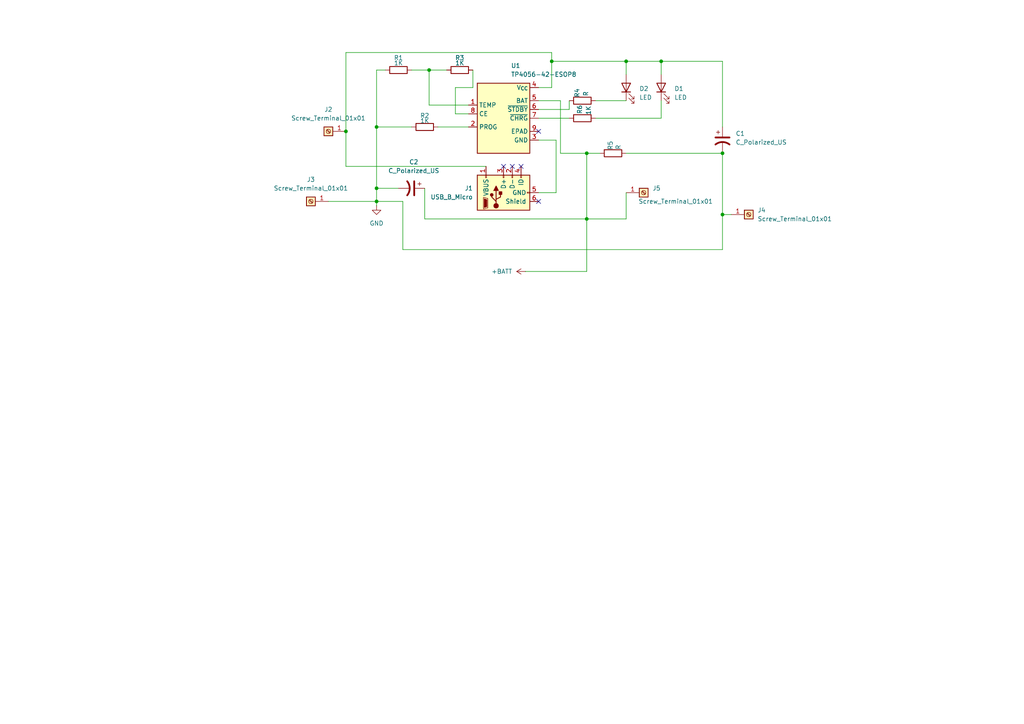
<source format=kicad_sch>
(kicad_sch
	(version 20250114)
	(generator "eeschema")
	(generator_version "9.0")
	(uuid "ddf72ea5-77b6-4210-94c4-69767a34f5ea")
	(paper "A4")
	(lib_symbols
		(symbol "Battery_Management:TP4056-42-ESOP8"
			(exclude_from_sim no)
			(in_bom yes)
			(on_board yes)
			(property "Reference" "U1"
				(at 2.1433 15.24 0)
				(effects
					(font
						(size 1.27 1.27)
					)
					(justify left)
				)
			)
			(property "Value" "TP4056-42-ESOP8"
				(at 2.1433 12.7 0)
				(effects
					(font
						(size 1.27 1.27)
					)
					(justify left)
				)
			)
			(property "Footprint" "Package_SO:SOIC-8-1EP_3.9x4.9mm_P1.27mm_EP2.41x3.3mm"
				(at 0.508 -22.86 0)
				(effects
					(font
						(size 1.27 1.27)
					)
					(hide yes)
				)
			)
			(property "Datasheet" "https://www.lcsc.com/datasheet/lcsc_datasheet_2410121619_TOPPOWER-Nanjing-Extension-Microelectronics-TP4056-42-ESOP8_C16581.pdf"
				(at 0 -25.4 0)
				(effects
					(font
						(size 1.27 1.27)
					)
					(hide yes)
				)
			)
			(property "Description" "1A Standalone Linear Li-ion/LiPo single-cell battery charger, 4.2V ±1% charge voltage, VCC = 4.0..8.0V, SOIC-8 (SOP-8)"
				(at 0.508 -20.32 0)
				(effects
					(font
						(size 1.27 1.27)
					)
					(hide yes)
				)
			)
			(property "ki_keywords" "lithium-ion lithium-polymer Li-Poly"
				(at 0 0 0)
				(effects
					(font
						(size 1.27 1.27)
					)
					(hide yes)
				)
			)
			(property "ki_fp_filters" "*SO*3.9x4.*P1.27mm*EP2.4*x3.3*mm*"
				(at 0 0 0)
				(effects
					(font
						(size 1.27 1.27)
					)
					(hide yes)
				)
			)
			(symbol "TP4056-42-ESOP8_1_0"
				(pin input line
					(at -10.16 3.81 0)
					(length 2.54)
					(name "TEMP"
						(effects
							(font
								(size 1.27 1.27)
							)
						)
					)
					(number "1"
						(effects
							(font
								(size 1.27 1.27)
							)
						)
					)
				)
				(pin input line
					(at -10.16 1.27 0)
					(length 2.54)
					(name "CE"
						(effects
							(font
								(size 1.27 1.27)
							)
						)
					)
					(number "8"
						(effects
							(font
								(size 1.27 1.27)
							)
						)
					)
				)
				(pin passive line
					(at -10.16 -2.54 0)
					(length 2.54)
					(name "PROG"
						(effects
							(font
								(size 1.27 1.27)
							)
						)
					)
					(number "2"
						(effects
							(font
								(size 1.27 1.27)
							)
						)
					)
				)
				(pin power_in line
					(at 10.16 8.89 180)
					(length 2.54)
					(name "V_{CC}"
						(effects
							(font
								(size 1.27 1.27)
							)
						)
					)
					(number "4"
						(effects
							(font
								(size 1.27 1.27)
							)
						)
					)
				)
				(pin power_out line
					(at 10.16 5.08 180)
					(length 2.54)
					(name "BAT"
						(effects
							(font
								(size 1.27 1.27)
							)
						)
					)
					(number "5"
						(effects
							(font
								(size 1.27 1.27)
							)
						)
					)
				)
				(pin open_collector line
					(at 10.16 2.54 180)
					(length 2.54)
					(name "~{STDBY}"
						(effects
							(font
								(size 1.27 1.27)
							)
						)
					)
					(number "6"
						(effects
							(font
								(size 1.27 1.27)
							)
						)
					)
				)
				(pin open_collector line
					(at 10.16 0 180)
					(length 2.54)
					(name "~{CHRG}"
						(effects
							(font
								(size 1.27 1.27)
							)
						)
					)
					(number "7"
						(effects
							(font
								(size 1.27 1.27)
							)
						)
					)
				)
				(pin passive line
					(at 10.16 -3.81 180)
					(length 2.54)
					(name "EPAD"
						(effects
							(font
								(size 1.27 1.27)
							)
						)
					)
					(number "9"
						(effects
							(font
								(size 1.27 1.27)
							)
						)
					)
				)
				(pin power_in line
					(at 10.16 -6.35 180)
					(length 2.54)
					(name "GND"
						(effects
							(font
								(size 1.27 1.27)
							)
						)
					)
					(number "3"
						(effects
							(font
								(size 1.27 1.27)
							)
						)
					)
				)
			)
			(symbol "TP4056-42-ESOP8_1_1"
				(rectangle
					(start -7.62 10.16)
					(end 7.62 -10.16)
					(stroke
						(width 0.254)
						(type default)
					)
					(fill
						(type background)
					)
				)
			)
			(embedded_fonts no)
		)
		(symbol "Connector:Screw_Terminal_01x01"
			(pin_names
				(offset 1.016)
				(hide yes)
			)
			(exclude_from_sim no)
			(in_bom yes)
			(on_board yes)
			(property "Reference" "J"
				(at 0 2.54 0)
				(effects
					(font
						(size 1.27 1.27)
					)
				)
			)
			(property "Value" "Screw_Terminal_01x01"
				(at 0 -2.54 0)
				(effects
					(font
						(size 1.27 1.27)
					)
				)
			)
			(property "Footprint" ""
				(at 0 0 0)
				(effects
					(font
						(size 1.27 1.27)
					)
					(hide yes)
				)
			)
			(property "Datasheet" "~"
				(at 0 0 0)
				(effects
					(font
						(size 1.27 1.27)
					)
					(hide yes)
				)
			)
			(property "Description" "Generic screw terminal, single row, 01x01, script generated (kicad-library-utils/schlib/autogen/connector/)"
				(at 0 0 0)
				(effects
					(font
						(size 1.27 1.27)
					)
					(hide yes)
				)
			)
			(property "ki_keywords" "screw terminal"
				(at 0 0 0)
				(effects
					(font
						(size 1.27 1.27)
					)
					(hide yes)
				)
			)
			(property "ki_fp_filters" "TerminalBlock*:*"
				(at 0 0 0)
				(effects
					(font
						(size 1.27 1.27)
					)
					(hide yes)
				)
			)
			(symbol "Screw_Terminal_01x01_1_1"
				(rectangle
					(start -1.27 1.27)
					(end 1.27 -1.27)
					(stroke
						(width 0.254)
						(type default)
					)
					(fill
						(type background)
					)
				)
				(polyline
					(pts
						(xy -0.5334 0.3302) (xy 0.3302 -0.508)
					)
					(stroke
						(width 0.1524)
						(type default)
					)
					(fill
						(type none)
					)
				)
				(polyline
					(pts
						(xy -0.3556 0.508) (xy 0.508 -0.3302)
					)
					(stroke
						(width 0.1524)
						(type default)
					)
					(fill
						(type none)
					)
				)
				(circle
					(center 0 0)
					(radius 0.635)
					(stroke
						(width 0.1524)
						(type default)
					)
					(fill
						(type none)
					)
				)
				(pin passive line
					(at -5.08 0 0)
					(length 3.81)
					(name "Pin_1"
						(effects
							(font
								(size 1.27 1.27)
							)
						)
					)
					(number "1"
						(effects
							(font
								(size 1.27 1.27)
							)
						)
					)
				)
			)
			(embedded_fonts no)
		)
		(symbol "Connector:USB_B_Micro"
			(pin_names
				(offset 1.016)
			)
			(exclude_from_sim no)
			(in_bom yes)
			(on_board yes)
			(property "Reference" "J"
				(at -5.08 11.43 0)
				(effects
					(font
						(size 1.27 1.27)
					)
					(justify left)
				)
			)
			(property "Value" "USB_B_Micro"
				(at -5.08 8.89 0)
				(effects
					(font
						(size 1.27 1.27)
					)
					(justify left)
				)
			)
			(property "Footprint" ""
				(at 3.81 -1.27 0)
				(effects
					(font
						(size 1.27 1.27)
					)
					(hide yes)
				)
			)
			(property "Datasheet" "~"
				(at 3.81 -1.27 0)
				(effects
					(font
						(size 1.27 1.27)
					)
					(hide yes)
				)
			)
			(property "Description" "USB Micro Type B connector"
				(at 0 0 0)
				(effects
					(font
						(size 1.27 1.27)
					)
					(hide yes)
				)
			)
			(property "ki_keywords" "connector USB micro"
				(at 0 0 0)
				(effects
					(font
						(size 1.27 1.27)
					)
					(hide yes)
				)
			)
			(property "ki_fp_filters" "USB*"
				(at 0 0 0)
				(effects
					(font
						(size 1.27 1.27)
					)
					(hide yes)
				)
			)
			(symbol "USB_B_Micro_0_1"
				(rectangle
					(start -5.08 -7.62)
					(end 5.08 7.62)
					(stroke
						(width 0.254)
						(type default)
					)
					(fill
						(type background)
					)
				)
				(polyline
					(pts
						(xy -4.699 5.842) (xy -4.699 5.588) (xy -4.445 4.826) (xy -4.445 4.572) (xy -1.651 4.572) (xy -1.651 4.826)
						(xy -1.397 5.588) (xy -1.397 5.842) (xy -4.699 5.842)
					)
					(stroke
						(width 0)
						(type default)
					)
					(fill
						(type none)
					)
				)
				(polyline
					(pts
						(xy -4.318 5.588) (xy -1.778 5.588) (xy -2.032 4.826) (xy -4.064 4.826) (xy -4.318 5.588)
					)
					(stroke
						(width 0)
						(type default)
					)
					(fill
						(type outline)
					)
				)
				(circle
					(center -3.81 2.159)
					(radius 0.635)
					(stroke
						(width 0.254)
						(type default)
					)
					(fill
						(type outline)
					)
				)
				(polyline
					(pts
						(xy -3.175 2.159) (xy -2.54 2.159) (xy -1.27 3.429) (xy -0.635 3.429)
					)
					(stroke
						(width 0.254)
						(type default)
					)
					(fill
						(type none)
					)
				)
				(polyline
					(pts
						(xy -2.54 2.159) (xy -1.905 2.159) (xy -1.27 0.889) (xy 0 0.889)
					)
					(stroke
						(width 0.254)
						(type default)
					)
					(fill
						(type none)
					)
				)
				(polyline
					(pts
						(xy -1.905 2.159) (xy 0.635 2.159)
					)
					(stroke
						(width 0.254)
						(type default)
					)
					(fill
						(type none)
					)
				)
				(circle
					(center -0.635 3.429)
					(radius 0.381)
					(stroke
						(width 0.254)
						(type default)
					)
					(fill
						(type outline)
					)
				)
				(rectangle
					(start -0.127 -7.62)
					(end 0.127 -6.858)
					(stroke
						(width 0)
						(type default)
					)
					(fill
						(type none)
					)
				)
				(rectangle
					(start 0.254 1.27)
					(end -0.508 0.508)
					(stroke
						(width 0.254)
						(type default)
					)
					(fill
						(type outline)
					)
				)
				(polyline
					(pts
						(xy 0.635 2.794) (xy 0.635 1.524) (xy 1.905 2.159) (xy 0.635 2.794)
					)
					(stroke
						(width 0.254)
						(type default)
					)
					(fill
						(type outline)
					)
				)
				(rectangle
					(start 5.08 4.953)
					(end 4.318 5.207)
					(stroke
						(width 0)
						(type default)
					)
					(fill
						(type none)
					)
				)
				(rectangle
					(start 5.08 -0.127)
					(end 4.318 0.127)
					(stroke
						(width 0)
						(type default)
					)
					(fill
						(type none)
					)
				)
				(rectangle
					(start 5.08 -2.667)
					(end 4.318 -2.413)
					(stroke
						(width 0)
						(type default)
					)
					(fill
						(type none)
					)
				)
				(rectangle
					(start 5.08 -5.207)
					(end 4.318 -4.953)
					(stroke
						(width 0)
						(type default)
					)
					(fill
						(type none)
					)
				)
			)
			(symbol "USB_B_Micro_1_1"
				(pin passive line
					(at -2.54 -10.16 90)
					(length 2.54)
					(name "Shield"
						(effects
							(font
								(size 1.27 1.27)
							)
						)
					)
					(number "6"
						(effects
							(font
								(size 1.27 1.27)
							)
						)
					)
				)
				(pin power_out line
					(at 0 -10.16 90)
					(length 2.54)
					(name "GND"
						(effects
							(font
								(size 1.27 1.27)
							)
						)
					)
					(number "5"
						(effects
							(font
								(size 1.27 1.27)
							)
						)
					)
				)
				(pin power_out line
					(at 7.62 5.08 180)
					(length 2.54)
					(name "VBUS"
						(effects
							(font
								(size 1.27 1.27)
							)
						)
					)
					(number "1"
						(effects
							(font
								(size 1.27 1.27)
							)
						)
					)
				)
				(pin bidirectional line
					(at 7.62 0 180)
					(length 2.54)
					(name "D+"
						(effects
							(font
								(size 1.27 1.27)
							)
						)
					)
					(number "3"
						(effects
							(font
								(size 1.27 1.27)
							)
						)
					)
				)
				(pin bidirectional line
					(at 7.62 -2.54 180)
					(length 2.54)
					(name "D-"
						(effects
							(font
								(size 1.27 1.27)
							)
						)
					)
					(number "2"
						(effects
							(font
								(size 1.27 1.27)
							)
						)
					)
				)
				(pin passive line
					(at 7.62 -5.08 180)
					(length 2.54)
					(name "ID"
						(effects
							(font
								(size 1.27 1.27)
							)
						)
					)
					(number "4"
						(effects
							(font
								(size 1.27 1.27)
							)
						)
					)
				)
			)
			(embedded_fonts no)
		)
		(symbol "Device:C_Polarized_US"
			(pin_numbers
				(hide yes)
			)
			(pin_names
				(offset 0.254)
				(hide yes)
			)
			(exclude_from_sim no)
			(in_bom yes)
			(on_board yes)
			(property "Reference" "C"
				(at 0.635 2.54 0)
				(effects
					(font
						(size 1.27 1.27)
					)
					(justify left)
				)
			)
			(property "Value" "C_Polarized_US"
				(at 0.635 -2.54 0)
				(effects
					(font
						(size 1.27 1.27)
					)
					(justify left)
				)
			)
			(property "Footprint" ""
				(at 0 0 0)
				(effects
					(font
						(size 1.27 1.27)
					)
					(hide yes)
				)
			)
			(property "Datasheet" "~"
				(at 0 0 0)
				(effects
					(font
						(size 1.27 1.27)
					)
					(hide yes)
				)
			)
			(property "Description" "Polarized capacitor, US symbol"
				(at 0 0 0)
				(effects
					(font
						(size 1.27 1.27)
					)
					(hide yes)
				)
			)
			(property "ki_keywords" "cap capacitor"
				(at 0 0 0)
				(effects
					(font
						(size 1.27 1.27)
					)
					(hide yes)
				)
			)
			(property "ki_fp_filters" "CP_*"
				(at 0 0 0)
				(effects
					(font
						(size 1.27 1.27)
					)
					(hide yes)
				)
			)
			(symbol "C_Polarized_US_0_1"
				(polyline
					(pts
						(xy -2.032 0.762) (xy 2.032 0.762)
					)
					(stroke
						(width 0.508)
						(type default)
					)
					(fill
						(type none)
					)
				)
				(polyline
					(pts
						(xy -1.778 2.286) (xy -0.762 2.286)
					)
					(stroke
						(width 0)
						(type default)
					)
					(fill
						(type none)
					)
				)
				(polyline
					(pts
						(xy -1.27 1.778) (xy -1.27 2.794)
					)
					(stroke
						(width 0)
						(type default)
					)
					(fill
						(type none)
					)
				)
				(arc
					(start -2.032 -1.27)
					(mid 0 -0.5572)
					(end 2.032 -1.27)
					(stroke
						(width 0.508)
						(type default)
					)
					(fill
						(type none)
					)
				)
			)
			(symbol "C_Polarized_US_1_1"
				(pin passive line
					(at 0 3.81 270)
					(length 2.794)
					(name "~"
						(effects
							(font
								(size 1.27 1.27)
							)
						)
					)
					(number "1"
						(effects
							(font
								(size 1.27 1.27)
							)
						)
					)
				)
				(pin passive line
					(at 0 -3.81 90)
					(length 3.302)
					(name "~"
						(effects
							(font
								(size 1.27 1.27)
							)
						)
					)
					(number "2"
						(effects
							(font
								(size 1.27 1.27)
							)
						)
					)
				)
			)
			(embedded_fonts no)
		)
		(symbol "Device:LED"
			(pin_numbers
				(hide yes)
			)
			(pin_names
				(offset 1.016)
				(hide yes)
			)
			(exclude_from_sim no)
			(in_bom yes)
			(on_board yes)
			(property "Reference" "D"
				(at 0 2.54 0)
				(effects
					(font
						(size 1.27 1.27)
					)
				)
			)
			(property "Value" "LED"
				(at 0 -2.54 0)
				(effects
					(font
						(size 1.27 1.27)
					)
				)
			)
			(property "Footprint" ""
				(at 0 0 0)
				(effects
					(font
						(size 1.27 1.27)
					)
					(hide yes)
				)
			)
			(property "Datasheet" "~"
				(at 0 0 0)
				(effects
					(font
						(size 1.27 1.27)
					)
					(hide yes)
				)
			)
			(property "Description" "Light emitting diode"
				(at 0 0 0)
				(effects
					(font
						(size 1.27 1.27)
					)
					(hide yes)
				)
			)
			(property "Sim.Pins" "1=K 2=A"
				(at 0 0 0)
				(effects
					(font
						(size 1.27 1.27)
					)
					(hide yes)
				)
			)
			(property "ki_keywords" "LED diode"
				(at 0 0 0)
				(effects
					(font
						(size 1.27 1.27)
					)
					(hide yes)
				)
			)
			(property "ki_fp_filters" "LED* LED_SMD:* LED_THT:*"
				(at 0 0 0)
				(effects
					(font
						(size 1.27 1.27)
					)
					(hide yes)
				)
			)
			(symbol "LED_0_1"
				(polyline
					(pts
						(xy -3.048 -0.762) (xy -4.572 -2.286) (xy -3.81 -2.286) (xy -4.572 -2.286) (xy -4.572 -1.524)
					)
					(stroke
						(width 0)
						(type default)
					)
					(fill
						(type none)
					)
				)
				(polyline
					(pts
						(xy -1.778 -0.762) (xy -3.302 -2.286) (xy -2.54 -2.286) (xy -3.302 -2.286) (xy -3.302 -1.524)
					)
					(stroke
						(width 0)
						(type default)
					)
					(fill
						(type none)
					)
				)
				(polyline
					(pts
						(xy -1.27 0) (xy 1.27 0)
					)
					(stroke
						(width 0)
						(type default)
					)
					(fill
						(type none)
					)
				)
				(polyline
					(pts
						(xy -1.27 -1.27) (xy -1.27 1.27)
					)
					(stroke
						(width 0.254)
						(type default)
					)
					(fill
						(type none)
					)
				)
				(polyline
					(pts
						(xy 1.27 -1.27) (xy 1.27 1.27) (xy -1.27 0) (xy 1.27 -1.27)
					)
					(stroke
						(width 0.254)
						(type default)
					)
					(fill
						(type none)
					)
				)
			)
			(symbol "LED_1_1"
				(pin passive line
					(at -3.81 0 0)
					(length 2.54)
					(name "K"
						(effects
							(font
								(size 1.27 1.27)
							)
						)
					)
					(number "1"
						(effects
							(font
								(size 1.27 1.27)
							)
						)
					)
				)
				(pin passive line
					(at 3.81 0 180)
					(length 2.54)
					(name "A"
						(effects
							(font
								(size 1.27 1.27)
							)
						)
					)
					(number "2"
						(effects
							(font
								(size 1.27 1.27)
							)
						)
					)
				)
			)
			(embedded_fonts no)
		)
		(symbol "Device:R"
			(pin_numbers
				(hide yes)
			)
			(pin_names
				(offset 0)
			)
			(exclude_from_sim no)
			(in_bom yes)
			(on_board yes)
			(property "Reference" "R"
				(at 2.032 0 90)
				(effects
					(font
						(size 1.27 1.27)
					)
				)
			)
			(property "Value" "R"
				(at 0 0 90)
				(effects
					(font
						(size 1.27 1.27)
					)
				)
			)
			(property "Footprint" ""
				(at -1.778 0 90)
				(effects
					(font
						(size 1.27 1.27)
					)
					(hide yes)
				)
			)
			(property "Datasheet" "~"
				(at 0 0 0)
				(effects
					(font
						(size 1.27 1.27)
					)
					(hide yes)
				)
			)
			(property "Description" "Resistor"
				(at 0 0 0)
				(effects
					(font
						(size 1.27 1.27)
					)
					(hide yes)
				)
			)
			(property "ki_keywords" "R res resistor"
				(at 0 0 0)
				(effects
					(font
						(size 1.27 1.27)
					)
					(hide yes)
				)
			)
			(property "ki_fp_filters" "R_*"
				(at 0 0 0)
				(effects
					(font
						(size 1.27 1.27)
					)
					(hide yes)
				)
			)
			(symbol "R_0_1"
				(rectangle
					(start -1.016 -2.54)
					(end 1.016 2.54)
					(stroke
						(width 0.254)
						(type default)
					)
					(fill
						(type none)
					)
				)
			)
			(symbol "R_1_1"
				(pin passive line
					(at 0 3.81 270)
					(length 1.27)
					(name "~"
						(effects
							(font
								(size 1.27 1.27)
							)
						)
					)
					(number "1"
						(effects
							(font
								(size 1.27 1.27)
							)
						)
					)
				)
				(pin passive line
					(at 0 -3.81 90)
					(length 1.27)
					(name "~"
						(effects
							(font
								(size 1.27 1.27)
							)
						)
					)
					(number "2"
						(effects
							(font
								(size 1.27 1.27)
							)
						)
					)
				)
			)
			(embedded_fonts no)
		)
		(symbol "power:+BATT"
			(power)
			(pin_numbers
				(hide yes)
			)
			(pin_names
				(offset 0)
				(hide yes)
			)
			(exclude_from_sim no)
			(in_bom yes)
			(on_board yes)
			(property "Reference" "#PWR"
				(at 0 -3.81 0)
				(effects
					(font
						(size 1.27 1.27)
					)
					(hide yes)
				)
			)
			(property "Value" "+BATT"
				(at 0 3.556 0)
				(effects
					(font
						(size 1.27 1.27)
					)
				)
			)
			(property "Footprint" ""
				(at 0 0 0)
				(effects
					(font
						(size 1.27 1.27)
					)
					(hide yes)
				)
			)
			(property "Datasheet" ""
				(at 0 0 0)
				(effects
					(font
						(size 1.27 1.27)
					)
					(hide yes)
				)
			)
			(property "Description" "Power symbol creates a global label with name \"+BATT\""
				(at 0 0 0)
				(effects
					(font
						(size 1.27 1.27)
					)
					(hide yes)
				)
			)
			(property "ki_keywords" "global power battery"
				(at 0 0 0)
				(effects
					(font
						(size 1.27 1.27)
					)
					(hide yes)
				)
			)
			(symbol "+BATT_0_1"
				(polyline
					(pts
						(xy -0.762 1.27) (xy 0 2.54)
					)
					(stroke
						(width 0)
						(type default)
					)
					(fill
						(type none)
					)
				)
				(polyline
					(pts
						(xy 0 2.54) (xy 0.762 1.27)
					)
					(stroke
						(width 0)
						(type default)
					)
					(fill
						(type none)
					)
				)
				(polyline
					(pts
						(xy 0 0) (xy 0 2.54)
					)
					(stroke
						(width 0)
						(type default)
					)
					(fill
						(type none)
					)
				)
			)
			(symbol "+BATT_1_1"
				(pin power_in line
					(at 0 0 90)
					(length 0)
					(name "~"
						(effects
							(font
								(size 1.27 1.27)
							)
						)
					)
					(number "1"
						(effects
							(font
								(size 1.27 1.27)
							)
						)
					)
				)
			)
			(embedded_fonts no)
		)
		(symbol "power:GND"
			(power)
			(pin_numbers
				(hide yes)
			)
			(pin_names
				(offset 0)
				(hide yes)
			)
			(exclude_from_sim no)
			(in_bom yes)
			(on_board yes)
			(property "Reference" "#PWR"
				(at 0 -6.35 0)
				(effects
					(font
						(size 1.27 1.27)
					)
					(hide yes)
				)
			)
			(property "Value" "GND"
				(at 0 -3.81 0)
				(effects
					(font
						(size 1.27 1.27)
					)
				)
			)
			(property "Footprint" ""
				(at 0 0 0)
				(effects
					(font
						(size 1.27 1.27)
					)
					(hide yes)
				)
			)
			(property "Datasheet" ""
				(at 0 0 0)
				(effects
					(font
						(size 1.27 1.27)
					)
					(hide yes)
				)
			)
			(property "Description" "Power symbol creates a global label with name \"GND\" , ground"
				(at 0 0 0)
				(effects
					(font
						(size 1.27 1.27)
					)
					(hide yes)
				)
			)
			(property "ki_keywords" "global power"
				(at 0 0 0)
				(effects
					(font
						(size 1.27 1.27)
					)
					(hide yes)
				)
			)
			(symbol "GND_0_1"
				(polyline
					(pts
						(xy 0 0) (xy 0 -1.27) (xy 1.27 -1.27) (xy 0 -2.54) (xy -1.27 -1.27) (xy 0 -1.27)
					)
					(stroke
						(width 0)
						(type default)
					)
					(fill
						(type none)
					)
				)
			)
			(symbol "GND_1_1"
				(pin power_in line
					(at 0 0 270)
					(length 0)
					(name "~"
						(effects
							(font
								(size 1.27 1.27)
							)
						)
					)
					(number "1"
						(effects
							(font
								(size 1.27 1.27)
							)
						)
					)
				)
			)
			(embedded_fonts no)
		)
	)
	(junction
		(at 170.18 44.45)
		(diameter 0)
		(color 0 0 0 0)
		(uuid "04788b87-0d62-49b6-84e9-dcd62554457a")
	)
	(junction
		(at 109.22 36.83)
		(diameter 0)
		(color 0 0 0 0)
		(uuid "09e0bc87-41e2-498e-a34a-3b9b245d41f0")
	)
	(junction
		(at 109.22 58.42)
		(diameter 0)
		(color 0 0 0 0)
		(uuid "1e9d2761-e999-43cd-bc87-d7bd9f9d89f7")
	)
	(junction
		(at 160.02 17.78)
		(diameter 0)
		(color 0 0 0 0)
		(uuid "3305ccda-9991-4420-aa99-dbcf5dc446a6")
	)
	(junction
		(at 209.55 62.23)
		(diameter 0)
		(color 0 0 0 0)
		(uuid "3e8969d7-4c43-4383-966e-0e36896a7e48")
	)
	(junction
		(at 191.77 17.78)
		(diameter 0)
		(color 0 0 0 0)
		(uuid "50036c25-2fab-443d-8a06-eceef99e1589")
	)
	(junction
		(at 124.46 20.32)
		(diameter 0)
		(color 0 0 0 0)
		(uuid "7f8ded0c-738a-4944-920d-7e52a4e24d0a")
	)
	(junction
		(at 100.33 38.1)
		(diameter 0)
		(color 0 0 0 0)
		(uuid "8845d021-b9a7-405e-a114-169294ceaba1")
	)
	(junction
		(at 109.22 54.61)
		(diameter 0)
		(color 0 0 0 0)
		(uuid "9b41c7f1-2f78-4d82-85ec-57a018c82fa6")
	)
	(junction
		(at 209.55 44.45)
		(diameter 0)
		(color 0 0 0 0)
		(uuid "d57a5bc4-063e-4efa-9ac6-475e663ab205")
	)
	(junction
		(at 170.18 63.5)
		(diameter 0)
		(color 0 0 0 0)
		(uuid "e78a3dfa-7cc2-4243-9e5e-7ca959f1326a")
	)
	(junction
		(at 181.61 17.78)
		(diameter 0)
		(color 0 0 0 0)
		(uuid "fcfd5420-dbab-4b23-8323-2163556f3432")
	)
	(no_connect
		(at 151.13 48.26)
		(uuid "00e736b0-e4c3-432f-a4fd-971326f347c0")
	)
	(no_connect
		(at 146.05 48.26)
		(uuid "2c61ee06-234c-4fe1-873d-6410a624f09d")
	)
	(no_connect
		(at 156.21 58.42)
		(uuid "3924e335-d0c1-47e1-9054-9319d05f0a83")
	)
	(no_connect
		(at 148.59 48.26)
		(uuid "6eac7563-c9a5-4b2c-ada9-5dea36bf4c90")
	)
	(no_connect
		(at 156.21 38.1)
		(uuid "92ec3dfd-dba5-41e5-91ec-cd19bb0983bb")
	)
	(wire
		(pts
			(xy 140.97 48.26) (xy 100.33 48.26)
		)
		(stroke
			(width 0)
			(type default)
		)
		(uuid "0277eede-f992-4ed4-b741-b7e738deb49c")
	)
	(wire
		(pts
			(xy 209.55 44.45) (xy 209.55 62.23)
		)
		(stroke
			(width 0)
			(type default)
		)
		(uuid "08edb4a7-4673-4428-9336-9ab0433d0a48")
	)
	(wire
		(pts
			(xy 137.16 25.4) (xy 137.16 20.32)
		)
		(stroke
			(width 0)
			(type default)
		)
		(uuid "15e5d8e9-8ed9-4e28-8d56-1dd47d4e5326")
	)
	(wire
		(pts
			(xy 170.18 44.45) (xy 162.56 44.45)
		)
		(stroke
			(width 0)
			(type default)
		)
		(uuid "1c9ad732-8892-4a72-9209-2389d8760d6d")
	)
	(wire
		(pts
			(xy 109.22 58.42) (xy 109.22 54.61)
		)
		(stroke
			(width 0)
			(type default)
		)
		(uuid "1dcc0714-7b57-4b81-ae67-8f7da8267a8f")
	)
	(wire
		(pts
			(xy 170.18 44.45) (xy 170.18 63.5)
		)
		(stroke
			(width 0)
			(type default)
		)
		(uuid "1f818750-640b-466f-b8b5-6a7a5a2a485f")
	)
	(wire
		(pts
			(xy 95.25 58.42) (xy 109.22 58.42)
		)
		(stroke
			(width 0)
			(type default)
		)
		(uuid "1fc72916-c1cc-4728-b0eb-134e28be1900")
	)
	(wire
		(pts
			(xy 132.08 33.02) (xy 132.08 25.4)
		)
		(stroke
			(width 0)
			(type default)
		)
		(uuid "20156178-29b3-4fd2-ae92-d6945f99e719")
	)
	(wire
		(pts
			(xy 160.02 25.4) (xy 156.21 25.4)
		)
		(stroke
			(width 0)
			(type default)
		)
		(uuid "204dfcce-c20a-4106-97b1-f6a527788149")
	)
	(wire
		(pts
			(xy 100.33 38.1) (xy 100.33 48.26)
		)
		(stroke
			(width 0)
			(type default)
		)
		(uuid "22f45e3e-3410-466b-b026-12455168a44f")
	)
	(wire
		(pts
			(xy 123.19 63.5) (xy 170.18 63.5)
		)
		(stroke
			(width 0)
			(type default)
		)
		(uuid "243a8326-9325-4051-8bf5-c0b722895ac2")
	)
	(wire
		(pts
			(xy 170.18 63.5) (xy 181.61 63.5)
		)
		(stroke
			(width 0)
			(type default)
		)
		(uuid "24c6a4e5-c515-4a90-ba8d-550f7b661be4")
	)
	(wire
		(pts
			(xy 181.61 17.78) (xy 181.61 21.59)
		)
		(stroke
			(width 0)
			(type default)
		)
		(uuid "2956d982-1399-42a3-b33e-a21b093f6d26")
	)
	(wire
		(pts
			(xy 109.22 36.83) (xy 109.22 20.32)
		)
		(stroke
			(width 0)
			(type default)
		)
		(uuid "366d45c1-8bb8-43a4-a898-c7da6475fc4f")
	)
	(wire
		(pts
			(xy 165.1 31.75) (xy 165.1 29.21)
		)
		(stroke
			(width 0)
			(type default)
		)
		(uuid "37e679f4-bc78-4ea4-add4-f34b12d07ea1")
	)
	(wire
		(pts
			(xy 172.72 29.21) (xy 181.61 29.21)
		)
		(stroke
			(width 0)
			(type default)
		)
		(uuid "39cc5893-82eb-4e76-92ad-e3993594dad4")
	)
	(wire
		(pts
			(xy 181.61 44.45) (xy 209.55 44.45)
		)
		(stroke
			(width 0)
			(type default)
		)
		(uuid "3c1af7e9-c5b8-445c-8a6f-6b78e80989f9")
	)
	(wire
		(pts
			(xy 172.72 34.29) (xy 191.77 34.29)
		)
		(stroke
			(width 0)
			(type default)
		)
		(uuid "3da73b4b-64b4-4782-aa0f-a80cb4184c7d")
	)
	(wire
		(pts
			(xy 123.19 54.61) (xy 123.19 63.5)
		)
		(stroke
			(width 0)
			(type default)
		)
		(uuid "41537b00-6e34-4f0c-89d8-15e3b82116a5")
	)
	(wire
		(pts
			(xy 209.55 62.23) (xy 209.55 72.39)
		)
		(stroke
			(width 0)
			(type default)
		)
		(uuid "41872e1b-35dc-4e98-bbca-855e1065c899")
	)
	(wire
		(pts
			(xy 100.33 38.1) (xy 100.33 15.24)
		)
		(stroke
			(width 0)
			(type default)
		)
		(uuid "4281f152-4294-4143-8553-8dca6ce557ef")
	)
	(wire
		(pts
			(xy 135.89 33.02) (xy 132.08 33.02)
		)
		(stroke
			(width 0)
			(type default)
		)
		(uuid "4d41d16e-490f-4971-89f4-9029d63e4700")
	)
	(wire
		(pts
			(xy 173.99 44.45) (xy 170.18 44.45)
		)
		(stroke
			(width 0)
			(type default)
		)
		(uuid "52ee0cb1-82fa-4e0e-9b1d-e9e6d90c72a7")
	)
	(wire
		(pts
			(xy 191.77 34.29) (xy 191.77 29.21)
		)
		(stroke
			(width 0)
			(type default)
		)
		(uuid "5a155ff5-8667-4369-9402-27c07d0d3018")
	)
	(wire
		(pts
			(xy 109.22 59.69) (xy 109.22 58.42)
		)
		(stroke
			(width 0)
			(type default)
		)
		(uuid "5fb23490-d2a6-4709-a407-8f8c8cd612e6")
	)
	(wire
		(pts
			(xy 162.56 29.21) (xy 156.21 29.21)
		)
		(stroke
			(width 0)
			(type default)
		)
		(uuid "61c4e079-68c9-40fc-a477-54f406db599f")
	)
	(wire
		(pts
			(xy 109.22 20.32) (xy 111.76 20.32)
		)
		(stroke
			(width 0)
			(type default)
		)
		(uuid "6ac8f274-57e1-4bc1-ab4a-290a287202e6")
	)
	(wire
		(pts
			(xy 119.38 20.32) (xy 124.46 20.32)
		)
		(stroke
			(width 0)
			(type default)
		)
		(uuid "7133c46c-4a36-4dd2-8b1f-c1446fd32d2b")
	)
	(wire
		(pts
			(xy 100.33 15.24) (xy 160.02 15.24)
		)
		(stroke
			(width 0)
			(type default)
		)
		(uuid "7f1a0492-b96b-4592-b1c9-48f473da77cc")
	)
	(wire
		(pts
			(xy 152.4 78.74) (xy 170.18 78.74)
		)
		(stroke
			(width 0)
			(type default)
		)
		(uuid "801a29cb-edc6-467b-a77b-9a5edf5ac0d5")
	)
	(wire
		(pts
			(xy 181.61 63.5) (xy 181.61 55.88)
		)
		(stroke
			(width 0)
			(type default)
		)
		(uuid "8823efe6-1289-4d7c-bd24-1d567c6ff713")
	)
	(wire
		(pts
			(xy 124.46 30.48) (xy 124.46 20.32)
		)
		(stroke
			(width 0)
			(type default)
		)
		(uuid "8abdb641-2a31-45cf-a499-cb7216ac023e")
	)
	(wire
		(pts
			(xy 116.84 72.39) (xy 209.55 72.39)
		)
		(stroke
			(width 0)
			(type default)
		)
		(uuid "8f0fcf6e-bc18-464a-9744-c9073e0495f3")
	)
	(wire
		(pts
			(xy 132.08 25.4) (xy 137.16 25.4)
		)
		(stroke
			(width 0)
			(type default)
		)
		(uuid "951630b4-fd4c-4bfb-8fd6-84e8f3e32f55")
	)
	(wire
		(pts
			(xy 156.21 34.29) (xy 165.1 34.29)
		)
		(stroke
			(width 0)
			(type default)
		)
		(uuid "95e6963f-ecce-4791-91f8-eb8080d6872d")
	)
	(wire
		(pts
			(xy 109.22 36.83) (xy 119.38 36.83)
		)
		(stroke
			(width 0)
			(type default)
		)
		(uuid "984f8481-0067-4657-ae92-963dac0534d3")
	)
	(wire
		(pts
			(xy 127 36.83) (xy 135.89 36.83)
		)
		(stroke
			(width 0)
			(type default)
		)
		(uuid "9a5e8bf2-4c1c-49f6-a83a-99ad9681dd80")
	)
	(wire
		(pts
			(xy 209.55 36.83) (xy 209.55 17.78)
		)
		(stroke
			(width 0)
			(type default)
		)
		(uuid "9dec74f5-6ab7-4b30-ad4d-b52efb749ce9")
	)
	(wire
		(pts
			(xy 160.02 17.78) (xy 160.02 25.4)
		)
		(stroke
			(width 0)
			(type default)
		)
		(uuid "9f67e5c7-c965-4387-8ef1-4506cda55eae")
	)
	(wire
		(pts
			(xy 156.21 31.75) (xy 165.1 31.75)
		)
		(stroke
			(width 0)
			(type default)
		)
		(uuid "a1c0c951-0930-44b0-b081-1592627bad2a")
	)
	(wire
		(pts
			(xy 209.55 17.78) (xy 191.77 17.78)
		)
		(stroke
			(width 0)
			(type default)
		)
		(uuid "b12c6c2d-4b2f-47ba-8260-57d1fa0cfed2")
	)
	(wire
		(pts
			(xy 109.22 58.42) (xy 116.84 58.42)
		)
		(stroke
			(width 0)
			(type default)
		)
		(uuid "b810292e-3bef-47b4-ae9c-23257cb10348")
	)
	(wire
		(pts
			(xy 161.29 55.88) (xy 161.29 40.64)
		)
		(stroke
			(width 0)
			(type default)
		)
		(uuid "bdfa4c53-2b7f-4cc5-a50f-fa5bf7c916d1")
	)
	(wire
		(pts
			(xy 161.29 40.64) (xy 156.21 40.64)
		)
		(stroke
			(width 0)
			(type default)
		)
		(uuid "bf8a5771-2442-490a-b836-39a29d26860c")
	)
	(wire
		(pts
			(xy 109.22 54.61) (xy 115.57 54.61)
		)
		(stroke
			(width 0)
			(type default)
		)
		(uuid "c2774261-f197-4c90-8a9b-c971fa269c5e")
	)
	(wire
		(pts
			(xy 191.77 17.78) (xy 191.77 21.59)
		)
		(stroke
			(width 0)
			(type default)
		)
		(uuid "c51acaba-b00f-4473-aec9-21f8504bb44f")
	)
	(wire
		(pts
			(xy 156.21 55.88) (xy 161.29 55.88)
		)
		(stroke
			(width 0)
			(type default)
		)
		(uuid "cf28ecdb-3345-44ba-b102-cbdf4ff69842")
	)
	(wire
		(pts
			(xy 135.89 30.48) (xy 124.46 30.48)
		)
		(stroke
			(width 0)
			(type default)
		)
		(uuid "d0084e43-bf9b-4c5c-a694-1b591daaba87")
	)
	(wire
		(pts
			(xy 109.22 54.61) (xy 109.22 36.83)
		)
		(stroke
			(width 0)
			(type default)
		)
		(uuid "d08f098f-ee7b-4c0d-af1a-9d469b585242")
	)
	(wire
		(pts
			(xy 160.02 15.24) (xy 160.02 17.78)
		)
		(stroke
			(width 0)
			(type default)
		)
		(uuid "d5e3b159-c514-44c8-9220-510e6418fe1e")
	)
	(wire
		(pts
			(xy 116.84 58.42) (xy 116.84 72.39)
		)
		(stroke
			(width 0)
			(type default)
		)
		(uuid "e3dab6b4-cd9b-4431-92ce-70c897c14251")
	)
	(wire
		(pts
			(xy 124.46 20.32) (xy 129.54 20.32)
		)
		(stroke
			(width 0)
			(type default)
		)
		(uuid "e71f88a1-14e7-458e-a673-8521e21d05ba")
	)
	(wire
		(pts
			(xy 191.77 17.78) (xy 181.61 17.78)
		)
		(stroke
			(width 0)
			(type default)
		)
		(uuid "e90f22f8-3d50-4df8-8202-988086c678f0")
	)
	(wire
		(pts
			(xy 162.56 44.45) (xy 162.56 29.21)
		)
		(stroke
			(width 0)
			(type default)
		)
		(uuid "ea47e141-9fa2-491c-aa7f-d7133039fe28")
	)
	(wire
		(pts
			(xy 181.61 17.78) (xy 160.02 17.78)
		)
		(stroke
			(width 0)
			(type default)
		)
		(uuid "f4f17040-c91d-425e-9bb4-a2be791cc814")
	)
	(wire
		(pts
			(xy 170.18 78.74) (xy 170.18 63.5)
		)
		(stroke
			(width 0)
			(type default)
		)
		(uuid "f6fa3967-6850-46c4-9453-92b61f717c25")
	)
	(wire
		(pts
			(xy 209.55 62.23) (xy 212.09 62.23)
		)
		(stroke
			(width 0)
			(type default)
		)
		(uuid "f8cffaf2-a187-463b-bd98-7759e40be90b")
	)
	(symbol
		(lib_id "Device:LED")
		(at 181.61 25.4 90)
		(unit 1)
		(exclude_from_sim no)
		(in_bom yes)
		(on_board yes)
		(dnp no)
		(fields_autoplaced yes)
		(uuid "05a05b97-af96-4f88-9a96-723f775df682")
		(property "Reference" "D2"
			(at 185.42 25.7174 90)
			(effects
				(font
					(size 1.27 1.27)
				)
				(justify right)
			)
		)
		(property "Value" "LED"
			(at 185.42 28.2574 90)
			(effects
				(font
					(size 1.27 1.27)
				)
				(justify right)
			)
		)
		(property "Footprint" ""
			(at 181.61 25.4 0)
			(effects
				(font
					(size 1.27 1.27)
				)
				(hide yes)
			)
		)
		(property "Datasheet" "~"
			(at 181.61 25.4 0)
			(effects
				(font
					(size 1.27 1.27)
				)
				(hide yes)
			)
		)
		(property "Description" "Light emitting diode"
			(at 181.61 25.4 0)
			(effects
				(font
					(size 1.27 1.27)
				)
				(hide yes)
			)
		)
		(property "Sim.Pins" "1=K 2=A"
			(at 181.61 25.4 0)
			(effects
				(font
					(size 1.27 1.27)
				)
				(hide yes)
			)
		)
		(pin "1"
			(uuid "f4ed0f00-9e69-4bc3-a8d7-0137ed467409")
		)
		(pin "2"
			(uuid "a673c5e6-9626-45bb-a570-5c50c49761c2")
		)
		(instances
			(project "Power Bank"
				(path "/ddf72ea5-77b6-4210-94c4-69767a34f5ea"
					(reference "D2")
					(unit 1)
				)
			)
		)
	)
	(symbol
		(lib_id "Connector:Screw_Terminal_01x01")
		(at 90.17 58.42 180)
		(unit 1)
		(exclude_from_sim no)
		(in_bom yes)
		(on_board yes)
		(dnp no)
		(fields_autoplaced yes)
		(uuid "16505c76-b6cc-4a30-a768-bb1822a69d3a")
		(property "Reference" "J3"
			(at 90.17 52.07 0)
			(effects
				(font
					(size 1.27 1.27)
				)
			)
		)
		(property "Value" "Screw_Terminal_01x01"
			(at 90.17 54.61 0)
			(effects
				(font
					(size 1.27 1.27)
				)
			)
		)
		(property "Footprint" ""
			(at 90.17 58.42 0)
			(effects
				(font
					(size 1.27 1.27)
				)
				(hide yes)
			)
		)
		(property "Datasheet" "~"
			(at 90.17 58.42 0)
			(effects
				(font
					(size 1.27 1.27)
				)
				(hide yes)
			)
		)
		(property "Description" "Generic screw terminal, single row, 01x01, script generated (kicad-library-utils/schlib/autogen/connector/)"
			(at 90.17 58.42 0)
			(effects
				(font
					(size 1.27 1.27)
				)
				(hide yes)
			)
		)
		(pin "1"
			(uuid "bbccdf3f-f266-4352-a72e-76282909b9f1")
		)
		(instances
			(project "Power Bank"
				(path "/ddf72ea5-77b6-4210-94c4-69767a34f5ea"
					(reference "J3")
					(unit 1)
				)
			)
		)
	)
	(symbol
		(lib_id "Device:R")
		(at 168.91 34.29 90)
		(unit 1)
		(exclude_from_sim no)
		(in_bom yes)
		(on_board yes)
		(dnp no)
		(uuid "23c7b8b9-b059-4c4d-a838-33628e0c7de6")
		(property "Reference" "R6"
			(at 168.148 31.75 0)
			(effects
				(font
					(size 1.27 1.27)
				)
			)
		)
		(property "Value" "1K"
			(at 170.688 32.004 0)
			(effects
				(font
					(size 1.27 1.27)
				)
			)
		)
		(property "Footprint" ""
			(at 168.91 36.068 90)
			(effects
				(font
					(size 1.27 1.27)
				)
				(hide yes)
			)
		)
		(property "Datasheet" "~"
			(at 168.91 34.29 0)
			(effects
				(font
					(size 1.27 1.27)
				)
				(hide yes)
			)
		)
		(property "Description" "Resistor"
			(at 168.91 34.29 0)
			(effects
				(font
					(size 1.27 1.27)
				)
				(hide yes)
			)
		)
		(pin "1"
			(uuid "56929046-2178-47aa-87fd-df15686778fe")
		)
		(pin "2"
			(uuid "9b966a5e-16e1-4652-b6d0-25e356cef9cb")
		)
		(instances
			(project "Power Bank"
				(path "/ddf72ea5-77b6-4210-94c4-69767a34f5ea"
					(reference "R6")
					(unit 1)
				)
			)
		)
	)
	(symbol
		(lib_id "Device:R")
		(at 177.8 44.45 90)
		(unit 1)
		(exclude_from_sim no)
		(in_bom yes)
		(on_board yes)
		(dnp no)
		(uuid "2b63f414-5929-403d-86ba-f9e8e0477651")
		(property "Reference" "R5"
			(at 177.038 42.164 0)
			(effects
				(font
					(size 1.27 1.27)
				)
			)
		)
		(property "Value" "R"
			(at 179.324 42.672 0)
			(effects
				(font
					(size 1.27 1.27)
				)
			)
		)
		(property "Footprint" ""
			(at 177.8 46.228 90)
			(effects
				(font
					(size 1.27 1.27)
				)
				(hide yes)
			)
		)
		(property "Datasheet" "~"
			(at 177.8 44.45 0)
			(effects
				(font
					(size 1.27 1.27)
				)
				(hide yes)
			)
		)
		(property "Description" "Resistor"
			(at 177.8 44.45 0)
			(effects
				(font
					(size 1.27 1.27)
				)
				(hide yes)
			)
		)
		(pin "1"
			(uuid "0d59b302-c8b4-4880-bd43-ef8c0fc2a3fe")
		)
		(pin "2"
			(uuid "0476a328-e88d-4b98-803c-6cb4b6c25d7a")
		)
		(instances
			(project "Power Bank"
				(path "/ddf72ea5-77b6-4210-94c4-69767a34f5ea"
					(reference "R5")
					(unit 1)
				)
			)
		)
	)
	(symbol
		(lib_id "Device:C_Polarized_US")
		(at 209.55 40.64 0)
		(unit 1)
		(exclude_from_sim no)
		(in_bom yes)
		(on_board yes)
		(dnp no)
		(fields_autoplaced yes)
		(uuid "2dedf902-9da5-49a0-9afd-cb786a3689a6")
		(property "Reference" "C1"
			(at 213.36 38.7349 0)
			(effects
				(font
					(size 1.27 1.27)
				)
				(justify left)
			)
		)
		(property "Value" "C_Polarized_US"
			(at 213.36 41.2749 0)
			(effects
				(font
					(size 1.27 1.27)
				)
				(justify left)
			)
		)
		(property "Footprint" ""
			(at 209.55 40.64 0)
			(effects
				(font
					(size 1.27 1.27)
				)
				(hide yes)
			)
		)
		(property "Datasheet" "~"
			(at 209.55 40.64 0)
			(effects
				(font
					(size 1.27 1.27)
				)
				(hide yes)
			)
		)
		(property "Description" "Polarized capacitor, US symbol"
			(at 209.55 40.64 0)
			(effects
				(font
					(size 1.27 1.27)
				)
				(hide yes)
			)
		)
		(pin "2"
			(uuid "4ab82e17-19af-4b71-ad8b-459ee83d56bc")
		)
		(pin "1"
			(uuid "962bb282-79aa-4dde-bd2c-fba8f2a8865b")
		)
		(instances
			(project ""
				(path "/ddf72ea5-77b6-4210-94c4-69767a34f5ea"
					(reference "C1")
					(unit 1)
				)
			)
		)
	)
	(symbol
		(lib_id "Device:R")
		(at 123.19 36.83 90)
		(unit 1)
		(exclude_from_sim no)
		(in_bom yes)
		(on_board yes)
		(dnp no)
		(uuid "2fc7dfd4-446b-41c7-8339-9b0fb8b05e0a")
		(property "Reference" "R2"
			(at 123.19 33.528 90)
			(effects
				(font
					(size 1.27 1.27)
				)
			)
		)
		(property "Value" "1K"
			(at 123.19 35.052 90)
			(effects
				(font
					(size 1.27 1.27)
				)
			)
		)
		(property "Footprint" ""
			(at 123.19 38.608 90)
			(effects
				(font
					(size 1.27 1.27)
				)
				(hide yes)
			)
		)
		(property "Datasheet" "~"
			(at 123.19 36.83 0)
			(effects
				(font
					(size 1.27 1.27)
				)
				(hide yes)
			)
		)
		(property "Description" "Resistor"
			(at 123.19 36.83 0)
			(effects
				(font
					(size 1.27 1.27)
				)
				(hide yes)
			)
		)
		(pin "1"
			(uuid "f11804d9-4af2-4741-acb2-547292907afb")
		)
		(pin "2"
			(uuid "1e4bb6dd-629f-400d-831b-58e26d44adf3")
		)
		(instances
			(project "Power Bank"
				(path "/ddf72ea5-77b6-4210-94c4-69767a34f5ea"
					(reference "R2")
					(unit 1)
				)
			)
		)
	)
	(symbol
		(lib_id "Device:R")
		(at 115.57 20.32 90)
		(unit 1)
		(exclude_from_sim no)
		(in_bom yes)
		(on_board yes)
		(dnp no)
		(uuid "4a927544-d3eb-41ce-8c9d-988c49110e5d")
		(property "Reference" "R1"
			(at 115.57 16.764 90)
			(effects
				(font
					(size 1.27 1.27)
				)
			)
		)
		(property "Value" "1K"
			(at 115.57 18.288 90)
			(effects
				(font
					(size 1.27 1.27)
				)
			)
		)
		(property "Footprint" ""
			(at 115.57 22.098 90)
			(effects
				(font
					(size 1.27 1.27)
				)
				(hide yes)
			)
		)
		(property "Datasheet" "~"
			(at 115.57 20.32 0)
			(effects
				(font
					(size 1.27 1.27)
				)
				(hide yes)
			)
		)
		(property "Description" "Resistor"
			(at 115.57 20.32 0)
			(effects
				(font
					(size 1.27 1.27)
				)
				(hide yes)
			)
		)
		(pin "1"
			(uuid "a8a95af8-1781-4f9e-bad0-d0624f6f7684")
		)
		(pin "2"
			(uuid "882bbf7f-988a-4e16-8f9f-686841a0d801")
		)
		(instances
			(project ""
				(path "/ddf72ea5-77b6-4210-94c4-69767a34f5ea"
					(reference "R1")
					(unit 1)
				)
			)
		)
	)
	(symbol
		(lib_id "Device:R")
		(at 133.35 20.32 90)
		(unit 1)
		(exclude_from_sim no)
		(in_bom yes)
		(on_board yes)
		(dnp no)
		(uuid "4dbabd03-4de1-497e-9f89-31b84a5c4404")
		(property "Reference" "R3"
			(at 133.35 16.764 90)
			(effects
				(font
					(size 1.27 1.27)
				)
			)
		)
		(property "Value" "1K"
			(at 133.35 18.288 90)
			(effects
				(font
					(size 1.27 1.27)
				)
			)
		)
		(property "Footprint" ""
			(at 133.35 22.098 90)
			(effects
				(font
					(size 1.27 1.27)
				)
				(hide yes)
			)
		)
		(property "Datasheet" "~"
			(at 133.35 20.32 0)
			(effects
				(font
					(size 1.27 1.27)
				)
				(hide yes)
			)
		)
		(property "Description" "Resistor"
			(at 133.35 20.32 0)
			(effects
				(font
					(size 1.27 1.27)
				)
				(hide yes)
			)
		)
		(pin "1"
			(uuid "688e3589-379b-443b-9432-eb4b746727a1")
		)
		(pin "2"
			(uuid "eb60d93d-cab7-4ae6-842c-e47f78e54c63")
		)
		(instances
			(project "Power Bank"
				(path "/ddf72ea5-77b6-4210-94c4-69767a34f5ea"
					(reference "R3")
					(unit 1)
				)
			)
		)
	)
	(symbol
		(lib_id "Connector:Screw_Terminal_01x01")
		(at 186.69 55.88 0)
		(unit 1)
		(exclude_from_sim no)
		(in_bom yes)
		(on_board yes)
		(dnp no)
		(uuid "51c50c99-4347-4190-842c-17495254bff3")
		(property "Reference" "J5"
			(at 189.23 54.6099 0)
			(effects
				(font
					(size 1.27 1.27)
				)
				(justify left)
			)
		)
		(property "Value" "Screw_Terminal_01x01"
			(at 185.166 58.42 0)
			(effects
				(font
					(size 1.27 1.27)
				)
				(justify left)
			)
		)
		(property "Footprint" ""
			(at 186.69 55.88 0)
			(effects
				(font
					(size 1.27 1.27)
				)
				(hide yes)
			)
		)
		(property "Datasheet" "~"
			(at 186.69 55.88 0)
			(effects
				(font
					(size 1.27 1.27)
				)
				(hide yes)
			)
		)
		(property "Description" "Generic screw terminal, single row, 01x01, script generated (kicad-library-utils/schlib/autogen/connector/)"
			(at 186.69 55.88 0)
			(effects
				(font
					(size 1.27 1.27)
				)
				(hide yes)
			)
		)
		(pin "1"
			(uuid "7d32c54e-e79d-4c54-9c8e-87004ba75d8c")
		)
		(instances
			(project "Power Bank"
				(path "/ddf72ea5-77b6-4210-94c4-69767a34f5ea"
					(reference "J5")
					(unit 1)
				)
			)
		)
	)
	(symbol
		(lib_id "Connector:Screw_Terminal_01x01")
		(at 217.17 62.23 0)
		(unit 1)
		(exclude_from_sim no)
		(in_bom yes)
		(on_board yes)
		(dnp no)
		(fields_autoplaced yes)
		(uuid "6071e5f8-e8b5-4051-9427-725326dbfd9e")
		(property "Reference" "J4"
			(at 219.71 60.9599 0)
			(effects
				(font
					(size 1.27 1.27)
				)
				(justify left)
			)
		)
		(property "Value" "Screw_Terminal_01x01"
			(at 219.71 63.4999 0)
			(effects
				(font
					(size 1.27 1.27)
				)
				(justify left)
			)
		)
		(property "Footprint" ""
			(at 217.17 62.23 0)
			(effects
				(font
					(size 1.27 1.27)
				)
				(hide yes)
			)
		)
		(property "Datasheet" "~"
			(at 217.17 62.23 0)
			(effects
				(font
					(size 1.27 1.27)
				)
				(hide yes)
			)
		)
		(property "Description" "Generic screw terminal, single row, 01x01, script generated (kicad-library-utils/schlib/autogen/connector/)"
			(at 217.17 62.23 0)
			(effects
				(font
					(size 1.27 1.27)
				)
				(hide yes)
			)
		)
		(pin "1"
			(uuid "b0d999b7-088c-4fa9-8712-ffcca833611f")
		)
		(instances
			(project "Power Bank"
				(path "/ddf72ea5-77b6-4210-94c4-69767a34f5ea"
					(reference "J4")
					(unit 1)
				)
			)
		)
	)
	(symbol
		(lib_id "power:GND")
		(at 109.22 59.69 0)
		(unit 1)
		(exclude_from_sim no)
		(in_bom yes)
		(on_board yes)
		(dnp no)
		(fields_autoplaced yes)
		(uuid "756792e7-a690-479f-ae05-f7cd95a83661")
		(property "Reference" "#PWR02"
			(at 109.22 66.04 0)
			(effects
				(font
					(size 1.27 1.27)
				)
				(hide yes)
			)
		)
		(property "Value" "GND"
			(at 109.22 64.77 0)
			(effects
				(font
					(size 1.27 1.27)
				)
			)
		)
		(property "Footprint" ""
			(at 109.22 59.69 0)
			(effects
				(font
					(size 1.27 1.27)
				)
				(hide yes)
			)
		)
		(property "Datasheet" ""
			(at 109.22 59.69 0)
			(effects
				(font
					(size 1.27 1.27)
				)
				(hide yes)
			)
		)
		(property "Description" "Power symbol creates a global label with name \"GND\" , ground"
			(at 109.22 59.69 0)
			(effects
				(font
					(size 1.27 1.27)
				)
				(hide yes)
			)
		)
		(pin "1"
			(uuid "8214e91f-81b8-48f8-9a55-57e6bb6a1e9b")
		)
		(instances
			(project ""
				(path "/ddf72ea5-77b6-4210-94c4-69767a34f5ea"
					(reference "#PWR02")
					(unit 1)
				)
			)
		)
	)
	(symbol
		(lib_id "Device:R")
		(at 168.91 29.21 90)
		(unit 1)
		(exclude_from_sim no)
		(in_bom yes)
		(on_board yes)
		(dnp no)
		(uuid "7b2d9bed-8527-497f-9259-861bbfb784da")
		(property "Reference" "R4"
			(at 167.386 26.924 0)
			(effects
				(font
					(size 1.27 1.27)
				)
			)
		)
		(property "Value" "R"
			(at 169.926 27.178 0)
			(effects
				(font
					(size 1.27 1.27)
				)
			)
		)
		(property "Footprint" ""
			(at 168.91 30.988 90)
			(effects
				(font
					(size 1.27 1.27)
				)
				(hide yes)
			)
		)
		(property "Datasheet" "~"
			(at 168.91 29.21 0)
			(effects
				(font
					(size 1.27 1.27)
				)
				(hide yes)
			)
		)
		(property "Description" "Resistor"
			(at 168.91 29.21 0)
			(effects
				(font
					(size 1.27 1.27)
				)
				(hide yes)
			)
		)
		(pin "1"
			(uuid "a73373da-1b1c-4a29-8244-7b2b86824868")
		)
		(pin "2"
			(uuid "87f370d8-0fdf-4d45-994b-21be07350a33")
		)
		(instances
			(project "Power Bank"
				(path "/ddf72ea5-77b6-4210-94c4-69767a34f5ea"
					(reference "R4")
					(unit 1)
				)
			)
		)
	)
	(symbol
		(lib_id "Battery_Management:TP4056-42-ESOP8")
		(at 146.05 34.29 0)
		(unit 1)
		(exclude_from_sim no)
		(in_bom yes)
		(on_board yes)
		(dnp no)
		(fields_autoplaced yes)
		(uuid "7bd3b6b5-a100-446c-b73d-5179bedb9ead")
		(property "Reference" "U1"
			(at 148.1933 19.05 0)
			(effects
				(font
					(size 1.27 1.27)
				)
				(justify left)
			)
		)
		(property "Value" "TP4056-42-ESOP8"
			(at 148.1933 21.59 0)
			(effects
				(font
					(size 1.27 1.27)
				)
				(justify left)
			)
		)
		(property "Footprint" "Package_SO:SOIC-8-1EP_3.9x4.9mm_P1.27mm_EP2.41x3.3mm"
			(at 146.558 57.15 0)
			(effects
				(font
					(size 1.27 1.27)
				)
				(hide yes)
			)
		)
		(property "Datasheet" "https://www.lcsc.com/datasheet/lcsc_datasheet_2410121619_TOPPOWER-Nanjing-Extension-Microelectronics-TP4056-42-ESOP8_C16581.pdf"
			(at 146.05 59.69 0)
			(effects
				(font
					(size 1.27 1.27)
				)
				(hide yes)
			)
		)
		(property "Description" "1A Standalone Linear Li-ion/LiPo single-cell battery charger, 4.2V ±1% charge voltage, VCC = 4.0..8.0V, SOIC-8 (SOP-8)"
			(at 146.558 54.61 0)
			(effects
				(font
					(size 1.27 1.27)
				)
				(hide yes)
			)
		)
		(pin "9"
			(uuid "b4587b09-da76-43ad-aef5-8455f2d7f70b")
		)
		(pin "7"
			(uuid "52ac1fdc-04cf-4851-a86e-0281dec949c3")
		)
		(pin "8"
			(uuid "c343587d-5653-4cc9-a0ff-e482ea1bc41c")
		)
		(pin "4"
			(uuid "38baf909-da3c-4831-bcb7-aa3d21710deb")
		)
		(pin "6"
			(uuid "5cf03e9e-5885-4c99-83dc-af310139a485")
		)
		(pin "2"
			(uuid "c4dd0e29-a3d2-46cf-9437-557106ab555c")
		)
		(pin "3"
			(uuid "6c1b9ff3-8dab-449a-ac82-39e092029afb")
		)
		(pin "5"
			(uuid "458d0765-635b-4831-8057-8bf19b15aa14")
		)
		(pin "1"
			(uuid "3bac09aa-82c2-4371-b1e5-946a9d3e4a45")
		)
		(instances
			(project ""
				(path "/ddf72ea5-77b6-4210-94c4-69767a34f5ea"
					(reference "U1")
					(unit 1)
				)
			)
		)
	)
	(symbol
		(lib_id "Device:C_Polarized_US")
		(at 119.38 54.61 270)
		(unit 1)
		(exclude_from_sim no)
		(in_bom yes)
		(on_board yes)
		(dnp no)
		(fields_autoplaced yes)
		(uuid "7cb7bdd2-6602-4c3d-9aaa-16b4ae6cde42")
		(property "Reference" "C2"
			(at 120.015 46.99 90)
			(effects
				(font
					(size 1.27 1.27)
				)
			)
		)
		(property "Value" "C_Polarized_US"
			(at 120.015 49.53 90)
			(effects
				(font
					(size 1.27 1.27)
				)
			)
		)
		(property "Footprint" ""
			(at 119.38 54.61 0)
			(effects
				(font
					(size 1.27 1.27)
				)
				(hide yes)
			)
		)
		(property "Datasheet" "~"
			(at 119.38 54.61 0)
			(effects
				(font
					(size 1.27 1.27)
				)
				(hide yes)
			)
		)
		(property "Description" "Polarized capacitor, US symbol"
			(at 119.38 54.61 0)
			(effects
				(font
					(size 1.27 1.27)
				)
				(hide yes)
			)
		)
		(pin "2"
			(uuid "71ccdac0-46d6-4e0b-8f7e-b8131ad19e37")
		)
		(pin "1"
			(uuid "c01b942a-4988-4599-8afa-4e278181f266")
		)
		(instances
			(project "Power Bank"
				(path "/ddf72ea5-77b6-4210-94c4-69767a34f5ea"
					(reference "C2")
					(unit 1)
				)
			)
		)
	)
	(symbol
		(lib_id "Connector:USB_B_Micro")
		(at 146.05 55.88 90)
		(unit 1)
		(exclude_from_sim no)
		(in_bom yes)
		(on_board yes)
		(dnp no)
		(fields_autoplaced yes)
		(uuid "a9e76f4b-f00f-4f10-ac9a-f0d4944ef575")
		(property "Reference" "J1"
			(at 137.16 54.6099 90)
			(effects
				(font
					(size 1.27 1.27)
				)
				(justify left)
			)
		)
		(property "Value" "USB_B_Micro"
			(at 137.16 57.1499 90)
			(effects
				(font
					(size 1.27 1.27)
				)
				(justify left)
			)
		)
		(property "Footprint" ""
			(at 147.32 52.07 0)
			(effects
				(font
					(size 1.27 1.27)
				)
				(hide yes)
			)
		)
		(property "Datasheet" "~"
			(at 147.32 52.07 0)
			(effects
				(font
					(size 1.27 1.27)
				)
				(hide yes)
			)
		)
		(property "Description" "USB Micro Type B connector"
			(at 146.05 55.88 0)
			(effects
				(font
					(size 1.27 1.27)
				)
				(hide yes)
			)
		)
		(pin "2"
			(uuid "09edbd0a-9755-40bd-852c-d40bd74ea0f1")
		)
		(pin "3"
			(uuid "c83ab93b-0f02-4563-813b-47e40320e654")
		)
		(pin "6"
			(uuid "9195bf87-ef75-4758-a404-50e28bd80ba9")
		)
		(pin "5"
			(uuid "94617603-a4e7-403d-8913-4d7dcb05767d")
		)
		(pin "1"
			(uuid "d494d4e5-09df-436f-a39a-86a3b157d074")
		)
		(pin "4"
			(uuid "9cec8aa8-3008-4d77-b3f8-9c299b56ccb6")
		)
		(instances
			(project ""
				(path "/ddf72ea5-77b6-4210-94c4-69767a34f5ea"
					(reference "J1")
					(unit 1)
				)
			)
		)
	)
	(symbol
		(lib_id "Connector:Screw_Terminal_01x01")
		(at 95.25 38.1 180)
		(unit 1)
		(exclude_from_sim no)
		(in_bom yes)
		(on_board yes)
		(dnp no)
		(fields_autoplaced yes)
		(uuid "cde8cc96-4829-41c2-b350-488ac8cc6ca6")
		(property "Reference" "J2"
			(at 95.25 31.75 0)
			(effects
				(font
					(size 1.27 1.27)
				)
			)
		)
		(property "Value" "Screw_Terminal_01x01"
			(at 95.25 34.29 0)
			(effects
				(font
					(size 1.27 1.27)
				)
			)
		)
		(property "Footprint" ""
			(at 95.25 38.1 0)
			(effects
				(font
					(size 1.27 1.27)
				)
				(hide yes)
			)
		)
		(property "Datasheet" "~"
			(at 95.25 38.1 0)
			(effects
				(font
					(size 1.27 1.27)
				)
				(hide yes)
			)
		)
		(property "Description" "Generic screw terminal, single row, 01x01, script generated (kicad-library-utils/schlib/autogen/connector/)"
			(at 95.25 38.1 0)
			(effects
				(font
					(size 1.27 1.27)
				)
				(hide yes)
			)
		)
		(pin "1"
			(uuid "75f08141-9548-4de8-930e-a080eef2d1af")
		)
		(instances
			(project ""
				(path "/ddf72ea5-77b6-4210-94c4-69767a34f5ea"
					(reference "J2")
					(unit 1)
				)
			)
		)
	)
	(symbol
		(lib_id "Device:LED")
		(at 191.77 25.4 90)
		(unit 1)
		(exclude_from_sim no)
		(in_bom yes)
		(on_board yes)
		(dnp no)
		(fields_autoplaced yes)
		(uuid "d3b7c496-16fd-402c-9151-d55ac13ac717")
		(property "Reference" "D1"
			(at 195.58 25.7174 90)
			(effects
				(font
					(size 1.27 1.27)
				)
				(justify right)
			)
		)
		(property "Value" "LED"
			(at 195.58 28.2574 90)
			(effects
				(font
					(size 1.27 1.27)
				)
				(justify right)
			)
		)
		(property "Footprint" ""
			(at 191.77 25.4 0)
			(effects
				(font
					(size 1.27 1.27)
				)
				(hide yes)
			)
		)
		(property "Datasheet" "~"
			(at 191.77 25.4 0)
			(effects
				(font
					(size 1.27 1.27)
				)
				(hide yes)
			)
		)
		(property "Description" "Light emitting diode"
			(at 191.77 25.4 0)
			(effects
				(font
					(size 1.27 1.27)
				)
				(hide yes)
			)
		)
		(property "Sim.Pins" "1=K 2=A"
			(at 191.77 25.4 0)
			(effects
				(font
					(size 1.27 1.27)
				)
				(hide yes)
			)
		)
		(pin "1"
			(uuid "907423cc-3893-42b4-825b-e8857acf2f07")
		)
		(pin "2"
			(uuid "79ba8f70-3bf5-4983-9f04-60904c86fc5b")
		)
		(instances
			(project ""
				(path "/ddf72ea5-77b6-4210-94c4-69767a34f5ea"
					(reference "D1")
					(unit 1)
				)
			)
		)
	)
	(symbol
		(lib_id "power:+BATT")
		(at 152.4 78.74 90)
		(unit 1)
		(exclude_from_sim no)
		(in_bom yes)
		(on_board yes)
		(dnp no)
		(fields_autoplaced yes)
		(uuid "f2d181e8-e3d2-4623-9a4d-7d685d378fe0")
		(property "Reference" "#PWR01"
			(at 156.21 78.74 0)
			(effects
				(font
					(size 1.27 1.27)
				)
				(hide yes)
			)
		)
		(property "Value" "+BATT"
			(at 148.59 78.7399 90)
			(effects
				(font
					(size 1.27 1.27)
				)
				(justify left)
			)
		)
		(property "Footprint" ""
			(at 152.4 78.74 0)
			(effects
				(font
					(size 1.27 1.27)
				)
				(hide yes)
			)
		)
		(property "Datasheet" ""
			(at 152.4 78.74 0)
			(effects
				(font
					(size 1.27 1.27)
				)
				(hide yes)
			)
		)
		(property "Description" "Power symbol creates a global label with name \"+BATT\""
			(at 152.4 78.74 0)
			(effects
				(font
					(size 1.27 1.27)
				)
				(hide yes)
			)
		)
		(pin "1"
			(uuid "cf02d866-060f-49f3-b672-0e05cd1a8940")
		)
		(instances
			(project ""
				(path "/ddf72ea5-77b6-4210-94c4-69767a34f5ea"
					(reference "#PWR01")
					(unit 1)
				)
			)
		)
	)
	(sheet_instances
		(path "/"
			(page "1")
		)
	)
	(embedded_fonts no)
)

</source>
